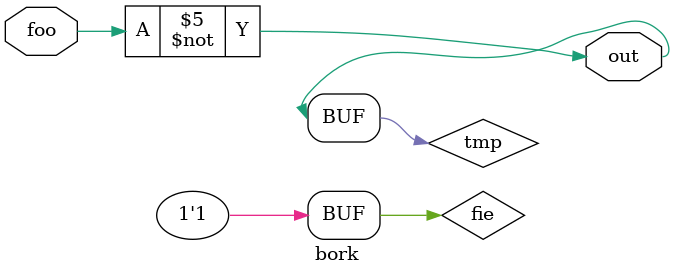
<source format=v>
module bork(foo, out);

input wand foo;
// synthesis attribute PULLUP of foo is "yes";
output out;
wand fie = 1'b1;
// synthesis attribute PULLUP of fie is "yes";
wire tmp;

assign out = tmp;
assign tmp = ~(foo & fie & fie & fie & fie);

endmodule


</source>
